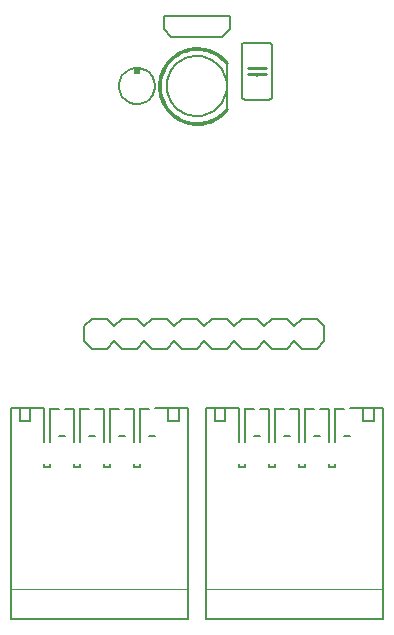
<source format=gto>
G75*
G70*
%OFA0B0*%
%FSLAX24Y24*%
%IPPOS*%
%LPD*%
%AMOC8*
5,1,8,0,0,1.08239X$1,22.5*
%
%ADD10C,0.0060*%
%ADD11C,0.0080*%
%ADD12C,0.0010*%
%ADD13C,0.0020*%
%ADD14R,0.0240X0.0230*%
%ADD15C,0.0100*%
%ADD16C,0.0050*%
D10*
X009402Y028981D02*
X010202Y028981D01*
X010222Y028983D01*
X010240Y028989D01*
X010258Y028998D01*
X010273Y029010D01*
X010285Y029025D01*
X010294Y029043D01*
X010300Y029061D01*
X010302Y029081D01*
X010302Y030781D01*
X010300Y030801D01*
X010294Y030819D01*
X010285Y030837D01*
X010273Y030852D01*
X010258Y030864D01*
X010240Y030873D01*
X010222Y030879D01*
X010202Y030881D01*
X009402Y030881D01*
X009382Y030879D01*
X009364Y030873D01*
X009346Y030864D01*
X009331Y030852D01*
X009319Y030837D01*
X009310Y030819D01*
X009304Y030801D01*
X009302Y030781D01*
X009302Y029081D01*
X009304Y029061D01*
X009310Y029043D01*
X009319Y029025D01*
X009331Y029010D01*
X009346Y028998D01*
X009364Y028989D01*
X009382Y028983D01*
X009402Y028981D01*
X009802Y029781D02*
X009802Y029831D01*
X009802Y030031D02*
X009802Y030081D01*
X006802Y029431D02*
X006806Y029522D01*
X006819Y029612D01*
X006839Y029701D01*
X006868Y029787D01*
X006904Y029871D01*
X006948Y029951D01*
X006998Y030026D01*
X007056Y030097D01*
X007119Y030162D01*
X007189Y030221D01*
X007263Y030273D01*
X007342Y030319D01*
X007425Y030357D01*
X007510Y030388D01*
X007599Y030410D01*
X007688Y030425D01*
X007779Y030431D01*
X007870Y030429D01*
X007961Y030418D01*
X008050Y030400D01*
X008137Y030373D01*
X008221Y030339D01*
X008302Y030297D01*
X008379Y030248D01*
X008451Y030192D01*
X008517Y030130D01*
X008578Y030062D01*
X008632Y029989D01*
X008679Y029911D01*
X008719Y029829D01*
X008752Y029744D01*
X008776Y029657D01*
X008793Y029567D01*
X008801Y029477D01*
X008801Y029385D01*
X008793Y029295D01*
X008776Y029205D01*
X008752Y029118D01*
X008719Y029033D01*
X008679Y028951D01*
X008632Y028873D01*
X008578Y028800D01*
X008517Y028732D01*
X008451Y028670D01*
X008379Y028614D01*
X008302Y028565D01*
X008221Y028523D01*
X008137Y028489D01*
X008050Y028462D01*
X007961Y028444D01*
X007870Y028433D01*
X007779Y028431D01*
X007688Y028437D01*
X007599Y028452D01*
X007510Y028474D01*
X007425Y028505D01*
X007342Y028543D01*
X007263Y028589D01*
X007189Y028641D01*
X007119Y028700D01*
X007056Y028765D01*
X006998Y028836D01*
X006948Y028911D01*
X006904Y028991D01*
X006868Y029075D01*
X006839Y029161D01*
X006819Y029250D01*
X006806Y029340D01*
X006802Y029431D01*
X005202Y029431D02*
X005204Y029486D01*
X005212Y029540D01*
X005224Y029593D01*
X005241Y029645D01*
X005263Y029695D01*
X005289Y029743D01*
X005320Y029788D01*
X005354Y029830D01*
X005392Y029870D01*
X005434Y029905D01*
X005479Y029936D01*
X005526Y029964D01*
X005576Y029987D01*
X005627Y030005D01*
X005680Y030018D01*
X005734Y030027D01*
X005788Y030031D01*
X005843Y030030D01*
X005897Y030023D01*
X005951Y030012D01*
X006003Y029996D01*
X006054Y029976D01*
X006102Y029951D01*
X006148Y029921D01*
X006191Y029888D01*
X006231Y029850D01*
X006267Y029810D01*
X006300Y029766D01*
X006328Y029719D01*
X006352Y029670D01*
X006372Y029619D01*
X006387Y029566D01*
X006396Y029513D01*
X006401Y029458D01*
X006401Y029404D01*
X006396Y029349D01*
X006387Y029296D01*
X006372Y029243D01*
X006352Y029192D01*
X006328Y029143D01*
X006300Y029096D01*
X006267Y029052D01*
X006231Y029012D01*
X006191Y028974D01*
X006148Y028941D01*
X006102Y028911D01*
X006054Y028886D01*
X006003Y028866D01*
X005951Y028850D01*
X005897Y028839D01*
X005843Y028832D01*
X005788Y028831D01*
X005734Y028835D01*
X005680Y028844D01*
X005627Y028857D01*
X005576Y028875D01*
X005526Y028898D01*
X005479Y028926D01*
X005434Y028957D01*
X005392Y028992D01*
X005354Y029032D01*
X005320Y029074D01*
X005289Y029119D01*
X005263Y029167D01*
X005241Y029217D01*
X005224Y029269D01*
X005212Y029322D01*
X005204Y029376D01*
X005202Y029431D01*
D11*
X001593Y018685D02*
X001593Y011677D01*
X007511Y011677D01*
X007511Y018685D01*
X006402Y018685D01*
X006202Y018681D02*
X005902Y018681D01*
X005902Y018685D02*
X005902Y017581D01*
X005702Y017581D02*
X005702Y018681D01*
X005402Y018681D01*
X005202Y018681D02*
X004902Y018681D01*
X004902Y018685D01*
X004902Y018681D02*
X004902Y017581D01*
X004702Y017581D02*
X004702Y018681D01*
X004402Y018681D01*
X004202Y018681D02*
X003902Y018681D01*
X003902Y018685D02*
X003902Y017581D01*
X003702Y017581D02*
X003702Y018681D01*
X003402Y018681D01*
X003202Y018681D02*
X002902Y018681D01*
X002902Y018685D02*
X002902Y017581D01*
X003202Y017781D02*
X003402Y017781D01*
X003702Y016831D02*
X003702Y016731D01*
X003902Y016731D01*
X003902Y016831D01*
X004202Y017781D02*
X004402Y017781D01*
X004702Y016831D02*
X004702Y016731D01*
X004902Y016731D01*
X004902Y016831D01*
X005202Y017781D02*
X005402Y017781D01*
X005702Y016831D02*
X005702Y016731D01*
X005902Y016731D01*
X005902Y016831D01*
X006202Y017781D02*
X006402Y017781D01*
X006852Y018281D02*
X006852Y018681D01*
X006852Y018281D02*
X007202Y018281D01*
X007202Y018681D01*
X008093Y018685D02*
X009202Y018685D01*
X009202Y018681D02*
X009202Y017581D01*
X009402Y017581D02*
X009402Y018685D01*
X009402Y018681D02*
X009702Y018681D01*
X009902Y018681D02*
X010202Y018681D01*
X010202Y017581D01*
X010402Y017581D02*
X010402Y018685D01*
X010402Y018681D02*
X010702Y018681D01*
X010902Y018681D02*
X011202Y018681D01*
X011202Y017581D01*
X011402Y017581D02*
X011402Y018681D01*
X011702Y018681D01*
X011902Y018681D02*
X012202Y018681D01*
X012202Y017581D01*
X011902Y017781D02*
X011702Y017781D01*
X011402Y018681D02*
X011402Y018685D01*
X010902Y017781D02*
X010702Y017781D01*
X010402Y016831D02*
X010402Y016731D01*
X010202Y016731D01*
X010202Y016831D01*
X009902Y017781D02*
X009702Y017781D01*
X009402Y016831D02*
X009402Y016731D01*
X009202Y016731D01*
X009202Y016831D01*
X008752Y018281D02*
X008752Y018681D01*
X008402Y018681D02*
X008402Y018281D01*
X008752Y018281D01*
X008093Y018685D02*
X008093Y011677D01*
X014011Y011677D01*
X014011Y018685D01*
X012902Y018685D01*
X012702Y018681D02*
X012402Y018681D01*
X012402Y018685D02*
X012402Y017581D01*
X012702Y017781D02*
X012902Y017781D01*
X013352Y018281D02*
X013352Y018681D01*
X013702Y018681D02*
X013702Y018281D01*
X013352Y018281D01*
X012402Y016831D02*
X012402Y016731D01*
X012202Y016731D01*
X012202Y016831D01*
X011402Y016831D02*
X011402Y016731D01*
X011202Y016731D01*
X011202Y016831D01*
X011302Y020681D02*
X011052Y020931D01*
X010802Y020681D01*
X010302Y020681D01*
X010052Y020931D01*
X009802Y020681D01*
X009302Y020681D01*
X009052Y020931D01*
X008802Y020681D01*
X008302Y020681D01*
X008052Y020931D01*
X007802Y020681D01*
X007302Y020681D01*
X007052Y020931D01*
X006802Y020681D01*
X006302Y020681D01*
X006052Y020931D01*
X005802Y020681D01*
X005302Y020681D01*
X005052Y020931D01*
X004802Y020681D01*
X004302Y020681D01*
X004052Y020931D01*
X004052Y021431D01*
X004302Y021681D01*
X004802Y021681D01*
X005052Y021431D01*
X005302Y021681D01*
X005802Y021681D01*
X006052Y021431D01*
X006302Y021681D01*
X006802Y021681D01*
X007052Y021431D01*
X007302Y021681D01*
X007802Y021681D01*
X008052Y021431D01*
X008302Y021681D01*
X008802Y021681D01*
X009052Y021431D01*
X009302Y021681D01*
X009802Y021681D01*
X010052Y021431D01*
X010302Y021681D01*
X010802Y021681D01*
X011052Y021431D01*
X011302Y021681D01*
X011802Y021681D01*
X012052Y021431D01*
X012052Y020931D01*
X011802Y020681D01*
X011302Y020681D01*
X008802Y028681D02*
X008802Y030181D01*
X002702Y018685D02*
X001593Y018685D01*
X001902Y018681D02*
X001902Y018281D01*
X002252Y018281D01*
X002252Y018681D01*
X002702Y018681D02*
X002702Y017581D01*
X002702Y016831D02*
X002702Y016731D01*
X002902Y016731D01*
X002902Y016831D01*
D12*
X008834Y030211D02*
X008762Y030157D01*
X008763Y030158D02*
X008708Y030226D01*
X008648Y030289D01*
X008584Y030348D01*
X008516Y030402D01*
X008444Y030451D01*
X008368Y030495D01*
X008290Y030533D01*
X008209Y030565D01*
X008126Y030592D01*
X008042Y030612D01*
X007956Y030626D01*
X007869Y030634D01*
X007782Y030636D01*
X007695Y030631D01*
X007609Y030620D01*
X007523Y030603D01*
X007439Y030580D01*
X007357Y030551D01*
X007278Y030516D01*
X007201Y030475D01*
X007127Y030429D01*
X007056Y030378D01*
X006990Y030321D01*
X006928Y030260D01*
X006870Y030195D01*
X006817Y030126D01*
X006770Y030053D01*
X006728Y029977D01*
X006691Y029898D01*
X006660Y029816D01*
X006635Y029733D01*
X006617Y029648D01*
X006604Y029561D01*
X006598Y029475D01*
X006598Y029387D01*
X006604Y029301D01*
X006617Y029214D01*
X006635Y029129D01*
X006660Y029046D01*
X006691Y028964D01*
X006728Y028885D01*
X006770Y028809D01*
X006817Y028736D01*
X006870Y028667D01*
X006928Y028602D01*
X006990Y028541D01*
X007056Y028484D01*
X007127Y028433D01*
X007201Y028387D01*
X007278Y028346D01*
X007357Y028311D01*
X007439Y028282D01*
X007523Y028259D01*
X007609Y028242D01*
X007695Y028231D01*
X007782Y028226D01*
X007869Y028228D01*
X007956Y028236D01*
X008042Y028250D01*
X008126Y028270D01*
X008209Y028297D01*
X008290Y028329D01*
X008368Y028367D01*
X008444Y028411D01*
X008516Y028460D01*
X008584Y028514D01*
X008648Y028573D01*
X008708Y028636D01*
X008763Y028704D01*
X008834Y028651D01*
X008835Y028650D01*
X008776Y028577D01*
X008712Y028509D01*
X008643Y028446D01*
X008569Y028388D01*
X008492Y028335D01*
X008411Y028288D01*
X008327Y028247D01*
X008240Y028212D01*
X008151Y028184D01*
X008060Y028162D01*
X007968Y028147D01*
X007874Y028138D01*
X007781Y028136D01*
X007687Y028141D01*
X007594Y028153D01*
X007503Y028171D01*
X007412Y028196D01*
X007324Y028227D01*
X007238Y028265D01*
X007156Y028309D01*
X007076Y028358D01*
X007001Y028414D01*
X006929Y028474D01*
X006863Y028540D01*
X006801Y028610D01*
X006744Y028684D01*
X006693Y028763D01*
X006647Y028845D01*
X006608Y028930D01*
X006575Y029017D01*
X006548Y029107D01*
X006528Y029198D01*
X006515Y029291D01*
X006508Y029384D01*
X006508Y029478D01*
X006515Y029571D01*
X006528Y029664D01*
X006548Y029755D01*
X006575Y029845D01*
X006608Y029932D01*
X006647Y030017D01*
X006693Y030099D01*
X006744Y030178D01*
X006801Y030252D01*
X006863Y030322D01*
X006929Y030388D01*
X007001Y030448D01*
X007076Y030504D01*
X007156Y030553D01*
X007238Y030597D01*
X007324Y030635D01*
X007412Y030666D01*
X007503Y030691D01*
X007594Y030709D01*
X007687Y030721D01*
X007781Y030726D01*
X007874Y030724D01*
X007968Y030715D01*
X008060Y030700D01*
X008151Y030678D01*
X008240Y030650D01*
X008327Y030615D01*
X008411Y030574D01*
X008492Y030527D01*
X008569Y030474D01*
X008643Y030416D01*
X008712Y030353D01*
X008776Y030285D01*
X008835Y030212D01*
X008828Y030207D01*
X008769Y030279D01*
X008705Y030346D01*
X008637Y030409D01*
X008564Y030467D01*
X008487Y030519D01*
X008407Y030566D01*
X008323Y030607D01*
X008237Y030641D01*
X008148Y030669D01*
X008058Y030691D01*
X007966Y030706D01*
X007874Y030715D01*
X007781Y030717D01*
X007688Y030712D01*
X007596Y030700D01*
X007505Y030682D01*
X007415Y030657D01*
X007327Y030626D01*
X007242Y030589D01*
X007160Y030545D01*
X007081Y030496D01*
X007006Y030441D01*
X006935Y030381D01*
X006869Y030316D01*
X006808Y030246D01*
X006751Y030172D01*
X006700Y030095D01*
X006655Y030013D01*
X006616Y029929D01*
X006583Y029842D01*
X006557Y029753D01*
X006537Y029662D01*
X006524Y029570D01*
X006517Y029477D01*
X006517Y029385D01*
X006524Y029292D01*
X006537Y029200D01*
X006557Y029109D01*
X006583Y029020D01*
X006616Y028933D01*
X006655Y028849D01*
X006700Y028767D01*
X006751Y028690D01*
X006808Y028616D01*
X006869Y028546D01*
X006935Y028481D01*
X007006Y028421D01*
X007081Y028366D01*
X007160Y028317D01*
X007242Y028273D01*
X007327Y028236D01*
X007415Y028205D01*
X007505Y028180D01*
X007596Y028162D01*
X007688Y028150D01*
X007781Y028145D01*
X007874Y028147D01*
X007966Y028156D01*
X008058Y028171D01*
X008148Y028193D01*
X008237Y028221D01*
X008323Y028255D01*
X008407Y028296D01*
X008487Y028343D01*
X008564Y028395D01*
X008637Y028453D01*
X008705Y028516D01*
X008769Y028583D01*
X008828Y028655D01*
X008821Y028661D01*
X008762Y028589D01*
X008699Y028522D01*
X008631Y028460D01*
X008559Y028402D01*
X008482Y028350D01*
X008403Y028304D01*
X008320Y028264D01*
X008234Y028229D01*
X008146Y028201D01*
X008056Y028180D01*
X007965Y028164D01*
X007873Y028156D01*
X007781Y028154D01*
X007689Y028159D01*
X007597Y028171D01*
X007507Y028189D01*
X007418Y028213D01*
X007331Y028244D01*
X007246Y028281D01*
X007165Y028324D01*
X007086Y028373D01*
X007012Y028428D01*
X006941Y028487D01*
X006876Y028552D01*
X006815Y028621D01*
X006759Y028695D01*
X006708Y028772D01*
X006663Y028853D01*
X006625Y028937D01*
X006592Y029023D01*
X006566Y029111D01*
X006546Y029201D01*
X006533Y029293D01*
X006526Y029385D01*
X006526Y029477D01*
X006533Y029569D01*
X006546Y029661D01*
X006566Y029751D01*
X006592Y029839D01*
X006625Y029925D01*
X006663Y030009D01*
X006708Y030090D01*
X006759Y030167D01*
X006815Y030241D01*
X006876Y030310D01*
X006941Y030375D01*
X007012Y030434D01*
X007086Y030489D01*
X007165Y030538D01*
X007246Y030581D01*
X007331Y030618D01*
X007418Y030649D01*
X007507Y030673D01*
X007597Y030691D01*
X007689Y030703D01*
X007781Y030708D01*
X007873Y030706D01*
X007965Y030698D01*
X008056Y030682D01*
X008146Y030661D01*
X008234Y030633D01*
X008320Y030598D01*
X008403Y030558D01*
X008482Y030512D01*
X008559Y030460D01*
X008631Y030402D01*
X008699Y030340D01*
X008762Y030273D01*
X008821Y030201D01*
X008813Y030196D01*
X008756Y030267D01*
X008693Y030334D01*
X008625Y030396D01*
X008553Y030452D01*
X008478Y030504D01*
X008398Y030550D01*
X008316Y030590D01*
X008231Y030624D01*
X008144Y030652D01*
X008054Y030674D01*
X007964Y030689D01*
X007873Y030697D01*
X007781Y030699D01*
X007690Y030694D01*
X007599Y030683D01*
X007509Y030665D01*
X007420Y030640D01*
X007334Y030610D01*
X007250Y030573D01*
X007169Y030530D01*
X007091Y030481D01*
X007017Y030427D01*
X006948Y030368D01*
X006882Y030304D01*
X006821Y030235D01*
X006766Y030162D01*
X006716Y030085D01*
X006671Y030005D01*
X006633Y029922D01*
X006601Y029836D01*
X006574Y029748D01*
X006555Y029659D01*
X006541Y029568D01*
X006535Y029477D01*
X006535Y029385D01*
X006541Y029294D01*
X006555Y029203D01*
X006574Y029114D01*
X006601Y029026D01*
X006633Y028940D01*
X006671Y028857D01*
X006716Y028777D01*
X006766Y028700D01*
X006821Y028627D01*
X006882Y028558D01*
X006948Y028494D01*
X007017Y028435D01*
X007091Y028381D01*
X007169Y028332D01*
X007250Y028289D01*
X007334Y028252D01*
X007420Y028222D01*
X007509Y028197D01*
X007599Y028179D01*
X007690Y028168D01*
X007781Y028163D01*
X007873Y028165D01*
X007964Y028173D01*
X008054Y028188D01*
X008144Y028210D01*
X008231Y028238D01*
X008316Y028272D01*
X008398Y028312D01*
X008478Y028358D01*
X008553Y028410D01*
X008625Y028466D01*
X008693Y028528D01*
X008756Y028595D01*
X008813Y028666D01*
X008806Y028672D01*
X008749Y028601D01*
X008686Y028535D01*
X008619Y028473D01*
X008548Y028417D01*
X008473Y028366D01*
X008394Y028320D01*
X008312Y028280D01*
X008228Y028246D01*
X008141Y028219D01*
X008053Y028197D01*
X007963Y028182D01*
X007872Y028174D01*
X007781Y028172D01*
X007690Y028177D01*
X007600Y028188D01*
X007511Y028206D01*
X007423Y028230D01*
X007337Y028261D01*
X007254Y028297D01*
X007174Y028340D01*
X007096Y028388D01*
X007023Y028442D01*
X006954Y028501D01*
X006889Y028564D01*
X006828Y028633D01*
X006773Y028705D01*
X006724Y028781D01*
X006679Y028861D01*
X006641Y028943D01*
X006609Y029029D01*
X006583Y029116D01*
X006564Y029205D01*
X006550Y029295D01*
X006544Y029386D01*
X006544Y029476D01*
X006550Y029567D01*
X006564Y029657D01*
X006583Y029746D01*
X006609Y029833D01*
X006641Y029919D01*
X006679Y030001D01*
X006724Y030081D01*
X006773Y030157D01*
X006828Y030229D01*
X006889Y030298D01*
X006954Y030361D01*
X007023Y030420D01*
X007096Y030474D01*
X007174Y030522D01*
X007254Y030565D01*
X007337Y030601D01*
X007423Y030632D01*
X007511Y030656D01*
X007600Y030674D01*
X007690Y030685D01*
X007781Y030690D01*
X007872Y030688D01*
X007963Y030680D01*
X008053Y030665D01*
X008141Y030643D01*
X008228Y030616D01*
X008312Y030582D01*
X008394Y030542D01*
X008473Y030496D01*
X008548Y030445D01*
X008619Y030389D01*
X008686Y030327D01*
X008749Y030261D01*
X008806Y030190D01*
X008799Y030185D01*
X008742Y030255D01*
X008680Y030321D01*
X008613Y030382D01*
X008543Y030438D01*
X008468Y030489D01*
X008390Y030534D01*
X008309Y030574D01*
X008225Y030607D01*
X008139Y030635D01*
X008051Y030656D01*
X007962Y030671D01*
X007872Y030679D01*
X007781Y030681D01*
X007691Y030676D01*
X007602Y030665D01*
X007513Y030647D01*
X007426Y030623D01*
X007341Y030593D01*
X007258Y030556D01*
X007178Y030514D01*
X007102Y030466D01*
X007029Y030413D01*
X006960Y030355D01*
X006895Y030291D01*
X006835Y030224D01*
X006781Y030152D01*
X006731Y030076D01*
X006687Y029997D01*
X006650Y029915D01*
X006618Y029831D01*
X006592Y029744D01*
X006572Y029656D01*
X006559Y029566D01*
X006553Y029476D01*
X006553Y029386D01*
X006559Y029296D01*
X006572Y029206D01*
X006592Y029118D01*
X006618Y029031D01*
X006650Y028947D01*
X006687Y028865D01*
X006731Y028786D01*
X006781Y028710D01*
X006835Y028638D01*
X006895Y028571D01*
X006960Y028507D01*
X007029Y028449D01*
X007102Y028396D01*
X007178Y028348D01*
X007258Y028306D01*
X007341Y028269D01*
X007426Y028239D01*
X007513Y028215D01*
X007602Y028197D01*
X007691Y028186D01*
X007781Y028181D01*
X007872Y028183D01*
X007962Y028191D01*
X008051Y028206D01*
X008139Y028227D01*
X008225Y028255D01*
X008309Y028288D01*
X008390Y028328D01*
X008468Y028373D01*
X008543Y028424D01*
X008613Y028480D01*
X008680Y028541D01*
X008742Y028607D01*
X008799Y028677D01*
X008792Y028682D01*
X008735Y028613D01*
X008674Y028548D01*
X008608Y028487D01*
X008537Y028431D01*
X008463Y028381D01*
X008386Y028336D01*
X008305Y028296D01*
X008222Y028263D01*
X008136Y028236D01*
X008049Y028215D01*
X007960Y028200D01*
X007871Y028192D01*
X007781Y028190D01*
X007692Y028195D01*
X007603Y028206D01*
X007515Y028224D01*
X007429Y028248D01*
X007344Y028278D01*
X007262Y028314D01*
X007183Y028356D01*
X007107Y028403D01*
X007034Y028456D01*
X006966Y028514D01*
X006902Y028577D01*
X006842Y028644D01*
X006788Y028716D01*
X006739Y028791D01*
X006696Y028869D01*
X006658Y028950D01*
X006626Y029034D01*
X006601Y029120D01*
X006581Y029208D01*
X006568Y029297D01*
X006562Y029386D01*
X006562Y029476D01*
X006568Y029565D01*
X006581Y029654D01*
X006601Y029742D01*
X006626Y029828D01*
X006658Y029912D01*
X006696Y029993D01*
X006739Y030071D01*
X006788Y030146D01*
X006842Y030218D01*
X006902Y030285D01*
X006966Y030348D01*
X007034Y030406D01*
X007107Y030459D01*
X007183Y030506D01*
X007262Y030548D01*
X007344Y030584D01*
X007429Y030614D01*
X007515Y030638D01*
X007603Y030656D01*
X007692Y030667D01*
X007781Y030672D01*
X007871Y030670D01*
X007960Y030662D01*
X008049Y030647D01*
X008136Y030626D01*
X008222Y030599D01*
X008305Y030566D01*
X008386Y030526D01*
X008463Y030481D01*
X008537Y030431D01*
X008608Y030375D01*
X008674Y030314D01*
X008735Y030249D01*
X008792Y030180D01*
X008785Y030174D01*
X008728Y030243D01*
X008667Y030308D01*
X008602Y030368D01*
X008532Y030424D01*
X008458Y030474D01*
X008381Y030518D01*
X008301Y030557D01*
X008219Y030590D01*
X008134Y030618D01*
X008047Y030638D01*
X007959Y030653D01*
X007871Y030661D01*
X007782Y030663D01*
X007693Y030658D01*
X007604Y030647D01*
X007517Y030630D01*
X007431Y030606D01*
X007347Y030576D01*
X007266Y030540D01*
X007187Y030499D01*
X007112Y030451D01*
X007040Y030399D01*
X006972Y030341D01*
X006908Y030279D01*
X006849Y030212D01*
X006795Y030141D01*
X006747Y030067D01*
X006704Y029989D01*
X006666Y029908D01*
X006635Y029825D01*
X006609Y029739D01*
X006590Y029652D01*
X006577Y029564D01*
X006571Y029476D01*
X006571Y029386D01*
X006577Y029298D01*
X006590Y029210D01*
X006609Y029123D01*
X006635Y029037D01*
X006666Y028954D01*
X006704Y028873D01*
X006747Y028795D01*
X006795Y028721D01*
X006849Y028650D01*
X006908Y028583D01*
X006972Y028521D01*
X007040Y028463D01*
X007112Y028411D01*
X007187Y028363D01*
X007266Y028322D01*
X007347Y028286D01*
X007431Y028256D01*
X007517Y028232D01*
X007604Y028215D01*
X007693Y028204D01*
X007782Y028199D01*
X007871Y028201D01*
X007959Y028209D01*
X008047Y028224D01*
X008134Y028244D01*
X008219Y028272D01*
X008301Y028305D01*
X008381Y028344D01*
X008458Y028388D01*
X008532Y028438D01*
X008602Y028494D01*
X008667Y028554D01*
X008728Y028619D01*
X008785Y028688D01*
X008777Y028693D01*
X008722Y028625D01*
X008661Y028560D01*
X008596Y028501D01*
X008527Y028446D01*
X008453Y028396D01*
X008377Y028352D01*
X008298Y028313D01*
X008215Y028280D01*
X008131Y028253D01*
X008045Y028232D01*
X007958Y028218D01*
X007870Y028210D01*
X007782Y028208D01*
X007693Y028213D01*
X007606Y028224D01*
X007519Y028241D01*
X007434Y028265D01*
X007351Y028294D01*
X007270Y028330D01*
X007192Y028371D01*
X007117Y028418D01*
X007045Y028470D01*
X006978Y028527D01*
X006915Y028589D01*
X006856Y028656D01*
X006803Y028726D01*
X006754Y028800D01*
X006712Y028877D01*
X006674Y028957D01*
X006643Y029040D01*
X006618Y029125D01*
X006599Y029211D01*
X006586Y029299D01*
X006580Y029387D01*
X006580Y029475D01*
X006586Y029563D01*
X006599Y029651D01*
X006618Y029737D01*
X006643Y029822D01*
X006674Y029905D01*
X006712Y029985D01*
X006754Y030062D01*
X006803Y030136D01*
X006856Y030206D01*
X006915Y030273D01*
X006978Y030335D01*
X007045Y030392D01*
X007117Y030444D01*
X007192Y030491D01*
X007270Y030532D01*
X007351Y030568D01*
X007434Y030597D01*
X007519Y030621D01*
X007606Y030638D01*
X007693Y030649D01*
X007782Y030654D01*
X007870Y030652D01*
X007958Y030644D01*
X008045Y030630D01*
X008131Y030609D01*
X008215Y030582D01*
X008298Y030549D01*
X008377Y030510D01*
X008453Y030466D01*
X008527Y030416D01*
X008596Y030361D01*
X008661Y030302D01*
X008722Y030237D01*
X008777Y030169D01*
X008770Y030163D01*
X008715Y030231D01*
X008655Y030295D01*
X008590Y030355D01*
X008521Y030409D01*
X008449Y030458D01*
X008373Y030502D01*
X008294Y030541D01*
X008212Y030574D01*
X008129Y030600D01*
X008044Y030621D01*
X007957Y030635D01*
X007870Y030643D01*
X007782Y030645D01*
X007694Y030640D01*
X007607Y030629D01*
X007521Y030612D01*
X007437Y030589D01*
X007354Y030559D01*
X007274Y030524D01*
X007196Y030483D01*
X007122Y030436D01*
X007051Y030385D01*
X006984Y030328D01*
X006921Y030267D01*
X006863Y030201D01*
X006810Y030131D01*
X006762Y030057D01*
X006720Y029981D01*
X006683Y029901D01*
X006652Y029819D01*
X006627Y029735D01*
X006608Y029649D01*
X006595Y029562D01*
X006589Y029475D01*
X006589Y029387D01*
X006595Y029300D01*
X006608Y029213D01*
X006627Y029127D01*
X006652Y029043D01*
X006683Y028961D01*
X006720Y028881D01*
X006762Y028805D01*
X006810Y028731D01*
X006863Y028661D01*
X006921Y028595D01*
X006984Y028534D01*
X007051Y028477D01*
X007122Y028426D01*
X007196Y028379D01*
X007274Y028338D01*
X007354Y028303D01*
X007437Y028273D01*
X007521Y028250D01*
X007607Y028233D01*
X007694Y028222D01*
X007782Y028217D01*
X007870Y028219D01*
X007957Y028227D01*
X008044Y028241D01*
X008129Y028262D01*
X008212Y028288D01*
X008294Y028321D01*
X008373Y028360D01*
X008449Y028404D01*
X008521Y028453D01*
X008590Y028507D01*
X008655Y028567D01*
X008715Y028631D01*
X008770Y028699D01*
D13*
X008152Y012681D02*
X013952Y012681D01*
X007452Y012681D02*
X001652Y012681D01*
D14*
X005802Y029916D03*
D15*
X009502Y029831D02*
X009802Y029831D01*
X010102Y029831D01*
X010102Y030031D02*
X009802Y030031D01*
X009502Y030031D01*
D16*
X008652Y031081D02*
X008902Y031331D01*
X008902Y031781D01*
X006702Y031781D01*
X006702Y031331D01*
X006952Y031081D01*
X008652Y031081D01*
M02*

</source>
